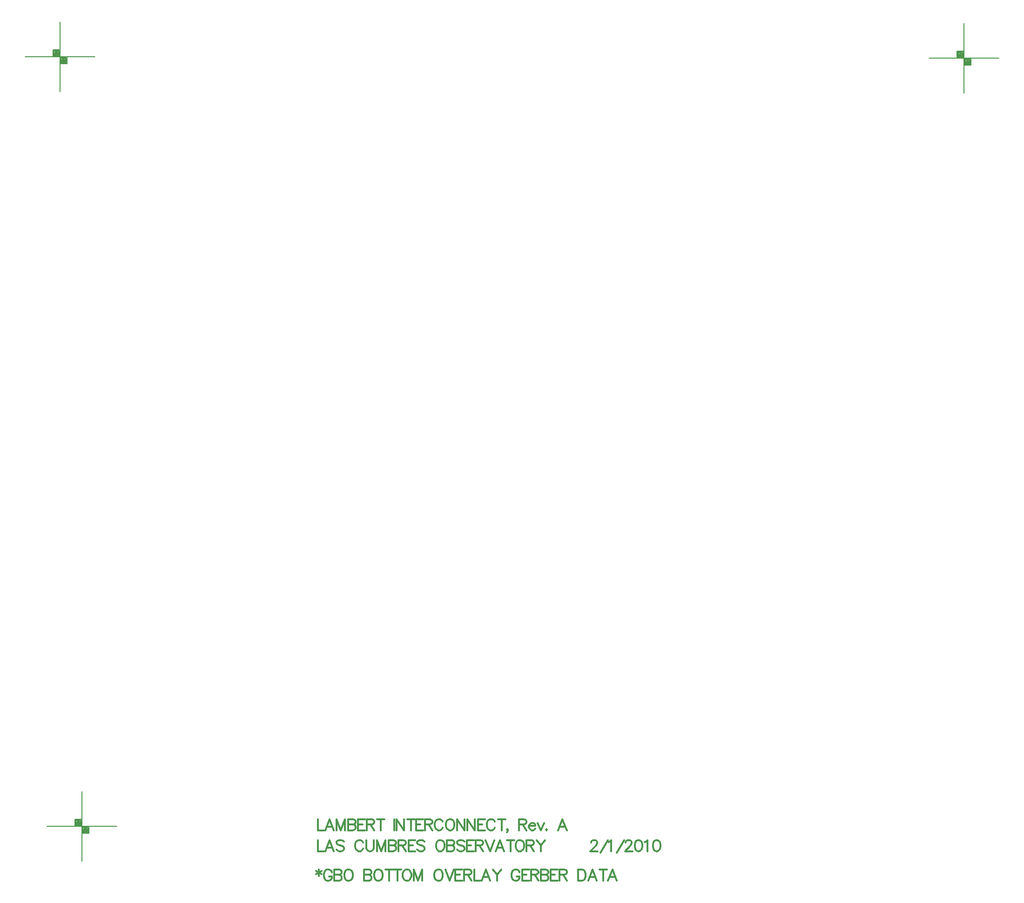
<source format=gbo>
%FSLAX25Y25*%
%MOIN*%
G70*
G01*
G75*
G04 Layer_Color=32896*
%ADD10C,0.01000*%
%ADD11C,0.03000*%
%ADD12C,0.01201*%
%ADD13C,0.00800*%
%ADD14C,0.01200*%
%ADD15C,0.01201*%
%ADD16R,0.05906X0.05906*%
%ADD17C,0.05906*%
%ADD18C,0.27559*%
%ADD19R,0.05906X0.05906*%
%ADD20R,0.12000X0.12000*%
%ADD21C,0.12000*%
%ADD22C,0.25000*%
%ADD23R,0.06200X0.06200*%
%ADD24C,0.06200*%
%ADD25C,0.02400*%
%ADD26C,0.04000*%
%ADD27C,0.07543*%
%ADD28C,0.19748*%
G04:AMPARAMS|DCode=29|XSize=95.433mil|YSize=95.433mil|CornerRadius=0mil|HoleSize=0mil|Usage=FLASHONLY|Rotation=0.000|XOffset=0mil|YOffset=0mil|HoleType=Round|Shape=Relief|Width=10mil|Gap=10mil|Entries=4|*
%AMTHD29*
7,0,0,0.09543,0.07543,0.01000,45*
%
%ADD29THD29*%
%ADD30C,0.11000*%
G04:AMPARAMS|DCode=31|XSize=130mil|YSize=130mil|CornerRadius=0mil|HoleSize=0mil|Usage=FLASHONLY|Rotation=0.000|XOffset=0mil|YOffset=0mil|HoleType=Round|Shape=Relief|Width=10mil|Gap=10mil|Entries=4|*
%AMTHD31*
7,0,0,0.13000,0.11000,0.01000,45*
%
%ADD31THD31*%
%ADD32C,0.16000*%
%ADD33C,0.07500*%
G04:AMPARAMS|DCode=34|XSize=95mil|YSize=95mil|CornerRadius=0mil|HoleSize=0mil|Usage=FLASHONLY|Rotation=0.000|XOffset=0mil|YOffset=0mil|HoleType=Round|Shape=Relief|Width=10mil|Gap=10mil|Entries=4|*
%AMTHD34*
7,0,0,0.09500,0.07500,0.01000,45*
%
%ADD34THD34*%
%ADD35C,0.05000*%
%ADD36C,0.00500*%
%ADD37C,0.00787*%
%ADD38R,0.18504X0.26378*%
%ADD39R,0.06706X0.06706*%
%ADD40C,0.06706*%
%ADD41C,0.28359*%
%ADD42R,0.06706X0.06706*%
%ADD43R,0.12800X0.12800*%
%ADD44C,0.12800*%
%ADD45C,0.25800*%
%ADD46R,0.07000X0.07000*%
%ADD47C,0.07000*%
%ADD48C,0.03200*%
D12*
X-12269Y-103419D02*
Y-107990D01*
X-14173Y-104562D02*
X-10364Y-106847D01*
Y-104562D02*
X-14173Y-106847D01*
X-3014Y-105323D02*
X-3395Y-104562D01*
X-4156Y-103800D01*
X-4918Y-103419D01*
X-6442D01*
X-7203Y-103800D01*
X-7965Y-104562D01*
X-8346Y-105323D01*
X-8727Y-106466D01*
Y-108370D01*
X-8346Y-109513D01*
X-7965Y-110275D01*
X-7203Y-111036D01*
X-6442Y-111417D01*
X-4918D01*
X-4156Y-111036D01*
X-3395Y-110275D01*
X-3014Y-109513D01*
Y-108370D01*
X-4918D02*
X-3014D01*
X-1185Y-103419D02*
Y-111417D01*
Y-103419D02*
X2242D01*
X3385Y-103800D01*
X3766Y-104181D01*
X4147Y-104943D01*
Y-105704D01*
X3766Y-106466D01*
X3385Y-106847D01*
X2242Y-107228D01*
X-1185D02*
X2242D01*
X3385Y-107609D01*
X3766Y-107990D01*
X4147Y-108751D01*
Y-109894D01*
X3766Y-110656D01*
X3385Y-111036D01*
X2242Y-111417D01*
X-1185D01*
X8222Y-103419D02*
X7460Y-103800D01*
X6699Y-104562D01*
X6318Y-105323D01*
X5937Y-106466D01*
Y-108370D01*
X6318Y-109513D01*
X6699Y-110275D01*
X7460Y-111036D01*
X8222Y-111417D01*
X9745D01*
X10507Y-111036D01*
X11269Y-110275D01*
X11650Y-109513D01*
X12031Y-108370D01*
Y-106466D01*
X11650Y-105323D01*
X11269Y-104562D01*
X10507Y-103800D01*
X9745Y-103419D01*
X8222D01*
X20181D02*
Y-111417D01*
Y-103419D02*
X23609D01*
X24752Y-103800D01*
X25133Y-104181D01*
X25513Y-104943D01*
Y-105704D01*
X25133Y-106466D01*
X24752Y-106847D01*
X23609Y-107228D01*
X20181D02*
X23609D01*
X24752Y-107609D01*
X25133Y-107990D01*
X25513Y-108751D01*
Y-109894D01*
X25133Y-110656D01*
X24752Y-111036D01*
X23609Y-111417D01*
X20181D01*
X29589Y-103419D02*
X28827Y-103800D01*
X28065Y-104562D01*
X27685Y-105323D01*
X27304Y-106466D01*
Y-108370D01*
X27685Y-109513D01*
X28065Y-110275D01*
X28827Y-111036D01*
X29589Y-111417D01*
X31112D01*
X31874Y-111036D01*
X32636Y-110275D01*
X33017Y-109513D01*
X33397Y-108370D01*
Y-106466D01*
X33017Y-105323D01*
X32636Y-104562D01*
X31874Y-103800D01*
X31112Y-103419D01*
X29589D01*
X37930D02*
Y-111417D01*
X35264Y-103419D02*
X40596D01*
X44214D02*
Y-111417D01*
X41548Y-103419D02*
X46880D01*
X50118D02*
X49356Y-103800D01*
X48594Y-104562D01*
X48213Y-105323D01*
X47833Y-106466D01*
Y-108370D01*
X48213Y-109513D01*
X48594Y-110275D01*
X49356Y-111036D01*
X50118Y-111417D01*
X51641D01*
X52403Y-111036D01*
X53165Y-110275D01*
X53546Y-109513D01*
X53926Y-108370D01*
Y-106466D01*
X53546Y-105323D01*
X53165Y-104562D01*
X52403Y-103800D01*
X51641Y-103419D01*
X50118D01*
X55793D02*
Y-111417D01*
Y-103419D02*
X58840Y-111417D01*
X61887Y-103419D02*
X58840Y-111417D01*
X61887Y-103419D02*
Y-111417D01*
X72742Y-103419D02*
X71980Y-103800D01*
X71218Y-104562D01*
X70837Y-105323D01*
X70456Y-106466D01*
Y-108370D01*
X70837Y-109513D01*
X71218Y-110275D01*
X71980Y-111036D01*
X72742Y-111417D01*
X74265D01*
X75027Y-111036D01*
X75788Y-110275D01*
X76169Y-109513D01*
X76550Y-108370D01*
Y-106466D01*
X76169Y-105323D01*
X75788Y-104562D01*
X75027Y-103800D01*
X74265Y-103419D01*
X72742D01*
X78417D02*
X81463Y-111417D01*
X84510Y-103419D02*
X81463Y-111417D01*
X90490Y-103419D02*
X85539D01*
Y-111417D01*
X90490D01*
X85539Y-107228D02*
X88586D01*
X91823Y-103419D02*
Y-111417D01*
Y-103419D02*
X95251D01*
X96394Y-103800D01*
X96774Y-104181D01*
X97155Y-104943D01*
Y-105704D01*
X96774Y-106466D01*
X96394Y-106847D01*
X95251Y-107228D01*
X91823D01*
X94489D02*
X97155Y-111417D01*
X98945Y-103419D02*
Y-111417D01*
X103516D01*
X110486D02*
X107439Y-103419D01*
X104392Y-111417D01*
X105534Y-108751D02*
X109343D01*
X112352Y-103419D02*
X115399Y-107228D01*
Y-111417D01*
X118446Y-103419D02*
X115399Y-107228D01*
X131472Y-105323D02*
X131091Y-104562D01*
X130329Y-103800D01*
X129567Y-103419D01*
X128044D01*
X127282Y-103800D01*
X126520Y-104562D01*
X126140Y-105323D01*
X125759Y-106466D01*
Y-108370D01*
X126140Y-109513D01*
X126520Y-110275D01*
X127282Y-111036D01*
X128044Y-111417D01*
X129567D01*
X130329Y-111036D01*
X131091Y-110275D01*
X131472Y-109513D01*
Y-108370D01*
X129567D02*
X131472D01*
X138251Y-103419D02*
X133300D01*
Y-111417D01*
X138251D01*
X133300Y-107228D02*
X136347D01*
X139584Y-103419D02*
Y-111417D01*
Y-103419D02*
X143012D01*
X144155Y-103800D01*
X144536Y-104181D01*
X144916Y-104943D01*
Y-105704D01*
X144536Y-106466D01*
X144155Y-106847D01*
X143012Y-107228D01*
X139584D01*
X142250D02*
X144916Y-111417D01*
X146707Y-103419D02*
Y-111417D01*
Y-103419D02*
X150134D01*
X151277Y-103800D01*
X151658Y-104181D01*
X152039Y-104943D01*
Y-105704D01*
X151658Y-106466D01*
X151277Y-106847D01*
X150134Y-107228D01*
X146707D02*
X150134D01*
X151277Y-107609D01*
X151658Y-107990D01*
X152039Y-108751D01*
Y-109894D01*
X151658Y-110656D01*
X151277Y-111036D01*
X150134Y-111417D01*
X146707D01*
X158780Y-103419D02*
X153829D01*
Y-111417D01*
X158780D01*
X153829Y-107228D02*
X156876D01*
X160113Y-103419D02*
Y-111417D01*
Y-103419D02*
X163541D01*
X164684Y-103800D01*
X165065Y-104181D01*
X165445Y-104943D01*
Y-105704D01*
X165065Y-106466D01*
X164684Y-106847D01*
X163541Y-107228D01*
X160113D01*
X162779D02*
X165445Y-111417D01*
X173520Y-103419D02*
Y-111417D01*
Y-103419D02*
X176186D01*
X177329Y-103800D01*
X178090Y-104562D01*
X178471Y-105323D01*
X178852Y-106466D01*
Y-108370D01*
X178471Y-109513D01*
X178090Y-110275D01*
X177329Y-111036D01*
X176186Y-111417D01*
X173520D01*
X186736D02*
X183689Y-103419D01*
X180642Y-111417D01*
X181785Y-108751D02*
X185593D01*
X191269Y-103419D02*
Y-111417D01*
X188602Y-103419D02*
X193935D01*
X200981Y-111417D02*
X197934Y-103419D01*
X194887Y-111417D01*
X196029Y-108751D02*
X199838D01*
D13*
X-207028Y-72528D02*
X-157028D01*
X-182028Y-97528D02*
Y-47528D01*
X-187028Y-67528D02*
X-187028Y-72528D01*
X-187028Y-67528D02*
X-182028Y-67528D01*
X-177028Y-72528D02*
X-177028Y-77528D01*
X-182028Y-77528D02*
X-177028Y-77528D01*
X-181528Y-73028D02*
X-177528D01*
Y-77028D02*
Y-73028D01*
X-181528Y-77028D02*
X-177528D01*
X-181528D02*
Y-73028D01*
X-181028Y-73528D02*
X-178028D01*
Y-76528D02*
Y-73528D01*
X-181028Y-76528D02*
X-178028D01*
X-181028D02*
Y-74028D01*
X-180528D02*
X-178528D01*
X-178528Y-76028D01*
X-180528Y-76028D02*
X-178528Y-76028D01*
X-180528Y-76028D02*
Y-74528D01*
X-180028Y-74528D02*
X-179028Y-74528D01*
Y-75528D02*
Y-74528D01*
X-180028Y-75528D02*
X-179028D01*
X-180028D02*
X-180028Y-74528D01*
Y-75028D02*
X-179028D01*
X-186528Y-68028D02*
X-182528D01*
Y-72028D02*
Y-68028D01*
X-186528Y-72028D02*
X-182528D01*
X-186528D02*
Y-68028D01*
X-186028Y-68528D02*
X-183028D01*
Y-71528D02*
Y-68528D01*
X-186028Y-71528D02*
X-183028D01*
X-186028D02*
Y-69028D01*
X-185528D02*
X-183528Y-69028D01*
Y-71028D02*
Y-69028D01*
X-185528Y-71028D02*
X-183528D01*
X-185528D02*
Y-69528D01*
X-185028D02*
X-184028D01*
X-184028Y-70528D02*
X-184028Y-69528D01*
X-185028Y-70528D02*
X-184028Y-70528D01*
X-185028Y-70528D02*
Y-69528D01*
Y-70028D02*
X-184028D01*
X-222728Y479172D02*
X-172728D01*
X-197728Y454172D02*
Y504172D01*
X-202728Y484172D02*
X-202728Y479172D01*
X-202728Y484172D02*
X-197728Y484172D01*
X-192728Y479172D02*
X-192728Y474172D01*
X-197728Y474172D02*
X-192728Y474172D01*
X-197228Y478672D02*
X-193228D01*
Y474672D02*
Y478672D01*
X-197228Y474672D02*
X-193228D01*
X-197228D02*
Y478672D01*
X-196728Y478172D02*
X-193728D01*
Y475172D02*
Y478172D01*
X-196728Y475172D02*
X-193728D01*
X-196728D02*
Y477672D01*
X-196228D02*
X-194228D01*
X-194228Y475672D01*
X-196228Y475672D02*
X-194228Y475672D01*
X-196228Y475672D02*
Y477172D01*
X-195728Y477172D02*
X-194728Y477172D01*
Y476172D02*
Y477172D01*
X-195728Y476172D02*
X-194728D01*
X-195728D02*
X-195728Y477172D01*
Y476672D02*
X-194728D01*
X-202228Y483672D02*
X-198228D01*
Y479672D02*
Y483672D01*
X-202228Y479672D02*
X-198228D01*
X-202228D02*
Y483672D01*
X-201728Y483172D02*
X-198728D01*
Y480172D02*
Y483172D01*
X-201728Y480172D02*
X-198728D01*
X-201728D02*
Y482672D01*
X-201228D02*
X-199228Y482672D01*
Y480672D02*
Y482672D01*
X-201227Y480672D02*
X-199228D01*
X-201227D02*
Y482172D01*
X-200728D02*
X-199727D01*
X-199728Y481172D02*
X-199727Y482172D01*
X-200728Y481172D02*
X-199728Y481172D01*
X-200728Y481172D02*
Y482172D01*
Y481672D02*
X-199728D01*
X424872Y478372D02*
X474872D01*
X449872Y453372D02*
Y503372D01*
X444872Y483372D02*
X444873Y478372D01*
X444872Y483372D02*
X449872Y483372D01*
X454872Y478372D02*
X454872Y473372D01*
X449872Y473372D02*
X454872Y473372D01*
X450372Y477872D02*
X454372D01*
Y473872D02*
Y477872D01*
X450372Y473872D02*
X454372D01*
X450372D02*
Y477872D01*
X450872Y477372D02*
X453872D01*
Y474372D02*
Y477372D01*
X450872Y474372D02*
X453872D01*
X450872D02*
Y476872D01*
X451372D02*
X453372D01*
X453372Y474872D01*
X451372Y474872D02*
X453372Y474872D01*
X451372Y474872D02*
Y476372D01*
X451872Y476372D02*
X452872Y476372D01*
Y475372D02*
Y476372D01*
X451872Y475372D02*
X452872D01*
X451872D02*
X451872Y476372D01*
Y475872D02*
X452872D01*
X445372Y482872D02*
X449372D01*
Y478872D02*
Y482872D01*
X445372Y478872D02*
X449372D01*
X445372D02*
Y482872D01*
X445872Y482372D02*
X448872D01*
Y479372D02*
Y482372D01*
X445872Y479372D02*
X448872D01*
X445872D02*
Y481872D01*
X446372D02*
X448372Y481872D01*
Y479872D02*
Y481872D01*
X446373Y479872D02*
X448372D01*
X446373D02*
Y481372D01*
X446872D02*
X447872D01*
X447872Y480372D02*
X447872Y481372D01*
X446872Y480372D02*
X447872Y480372D01*
X446872Y480372D02*
Y481372D01*
Y480872D02*
X447872D01*
D14*
X-13028Y-67283D02*
Y-75281D01*
X-8458D01*
X-1488D02*
X-4535Y-67283D01*
X-7582Y-75281D01*
X-6439Y-72615D02*
X-2631D01*
X378Y-67283D02*
Y-75281D01*
Y-67283D02*
X3425Y-75281D01*
X6472Y-67283D02*
X3425Y-75281D01*
X6472Y-67283D02*
Y-75281D01*
X8758Y-67283D02*
Y-75281D01*
Y-67283D02*
X12185D01*
X13328Y-67664D01*
X13709Y-68045D01*
X14090Y-68806D01*
Y-69568D01*
X13709Y-70330D01*
X13328Y-70711D01*
X12185Y-71092D01*
X8758D02*
X12185D01*
X13328Y-71472D01*
X13709Y-71853D01*
X14090Y-72615D01*
Y-73758D01*
X13709Y-74519D01*
X13328Y-74900D01*
X12185Y-75281D01*
X8758D01*
X20831Y-67283D02*
X15880D01*
Y-75281D01*
X20831D01*
X15880Y-71092D02*
X18927D01*
X22164Y-67283D02*
Y-75281D01*
Y-67283D02*
X25592D01*
X26735Y-67664D01*
X27115Y-68045D01*
X27496Y-68806D01*
Y-69568D01*
X27115Y-70330D01*
X26735Y-70711D01*
X25592Y-71092D01*
X22164D01*
X24830D02*
X27496Y-75281D01*
X31953Y-67283D02*
Y-75281D01*
X29286Y-67283D02*
X34619D01*
X41855D02*
Y-75281D01*
X43531Y-67283D02*
Y-75281D01*
Y-67283D02*
X48863Y-75281D01*
Y-67283D02*
Y-75281D01*
X53738Y-67283D02*
Y-75281D01*
X51072Y-67283D02*
X56404D01*
X62308D02*
X57357D01*
Y-75281D01*
X62308D01*
X57357Y-71092D02*
X60404D01*
X63641Y-67283D02*
Y-75281D01*
Y-67283D02*
X67069D01*
X68211Y-67664D01*
X68592Y-68045D01*
X68973Y-68806D01*
Y-69568D01*
X68592Y-70330D01*
X68211Y-70711D01*
X67069Y-71092D01*
X63641D01*
X66307D02*
X68973Y-75281D01*
X76476Y-69187D02*
X76095Y-68425D01*
X75334Y-67664D01*
X74572Y-67283D01*
X73048D01*
X72287Y-67664D01*
X71525Y-68425D01*
X71144Y-69187D01*
X70763Y-70330D01*
Y-72234D01*
X71144Y-73377D01*
X71525Y-74138D01*
X72287Y-74900D01*
X73048Y-75281D01*
X74572D01*
X75334Y-74900D01*
X76095Y-74138D01*
X76476Y-73377D01*
X81009Y-67283D02*
X80247Y-67664D01*
X79485Y-68425D01*
X79104Y-69187D01*
X78723Y-70330D01*
Y-72234D01*
X79104Y-73377D01*
X79485Y-74138D01*
X80247Y-74900D01*
X81009Y-75281D01*
X82532D01*
X83294Y-74900D01*
X84056Y-74138D01*
X84437Y-73377D01*
X84817Y-72234D01*
Y-70330D01*
X84437Y-69187D01*
X84056Y-68425D01*
X83294Y-67664D01*
X82532Y-67283D01*
X81009D01*
X86684D02*
Y-75281D01*
Y-67283D02*
X92016Y-75281D01*
Y-67283D02*
Y-75281D01*
X94225Y-67283D02*
Y-75281D01*
Y-67283D02*
X99557Y-75281D01*
Y-67283D02*
Y-75281D01*
X106717Y-67283D02*
X101766D01*
Y-75281D01*
X106717D01*
X101766Y-71092D02*
X104813D01*
X113763Y-69187D02*
X113383Y-68425D01*
X112621Y-67664D01*
X111859Y-67283D01*
X110336D01*
X109574Y-67664D01*
X108812Y-68425D01*
X108431Y-69187D01*
X108051Y-70330D01*
Y-72234D01*
X108431Y-73377D01*
X108812Y-74138D01*
X109574Y-74900D01*
X110336Y-75281D01*
X111859D01*
X112621Y-74900D01*
X113383Y-74138D01*
X113763Y-73377D01*
X118677Y-67283D02*
Y-75281D01*
X116011Y-67283D02*
X121343D01*
X123057Y-74900D02*
X122676Y-75281D01*
X122295Y-74900D01*
X122676Y-74519D01*
X123057Y-74900D01*
Y-75662D01*
X122676Y-76424D01*
X122295Y-76805D01*
X131093Y-67283D02*
Y-75281D01*
Y-67283D02*
X134521D01*
X135664Y-67664D01*
X136045Y-68045D01*
X136425Y-68806D01*
Y-69568D01*
X136045Y-70330D01*
X135664Y-70711D01*
X134521Y-71092D01*
X131093D01*
X133759D02*
X136425Y-75281D01*
X138215Y-72234D02*
X142786D01*
Y-71472D01*
X142405Y-70711D01*
X142024Y-70330D01*
X141262Y-69949D01*
X140120D01*
X139358Y-70330D01*
X138596Y-71092D01*
X138215Y-72234D01*
Y-72996D01*
X138596Y-74138D01*
X139358Y-74900D01*
X140120Y-75281D01*
X141262D01*
X142024Y-74900D01*
X142786Y-74138D01*
X144500Y-69949D02*
X146785Y-75281D01*
X149070Y-69949D02*
X146785Y-75281D01*
X150746Y-74519D02*
X150365Y-74900D01*
X150746Y-75281D01*
X151127Y-74900D01*
X150746Y-74519D01*
X165257Y-75281D02*
X162210Y-67283D01*
X159163Y-75281D01*
X160306Y-72615D02*
X164115D01*
D15*
X-13028Y-82284D02*
Y-90283D01*
X-8458D01*
X-1488D02*
X-4535Y-82284D01*
X-7582Y-90283D01*
X-6439Y-87617D02*
X-2631D01*
X5711Y-83427D02*
X4949Y-82665D01*
X3806Y-82284D01*
X2283D01*
X1140Y-82665D01*
X378Y-83427D01*
Y-84189D01*
X759Y-84951D01*
X1140Y-85331D01*
X1902Y-85712D01*
X4187Y-86474D01*
X4949Y-86855D01*
X5330Y-87236D01*
X5711Y-87998D01*
Y-89140D01*
X4949Y-89902D01*
X3806Y-90283D01*
X2283D01*
X1140Y-89902D01*
X378Y-89140D01*
X19498Y-84189D02*
X19117Y-83427D01*
X18355Y-82665D01*
X17594Y-82284D01*
X16070D01*
X15308Y-82665D01*
X14547Y-83427D01*
X14166Y-84189D01*
X13785Y-85331D01*
Y-87236D01*
X14166Y-88378D01*
X14547Y-89140D01*
X15308Y-89902D01*
X16070Y-90283D01*
X17594D01*
X18355Y-89902D01*
X19117Y-89140D01*
X19498Y-88378D01*
X21745Y-82284D02*
Y-87998D01*
X22126Y-89140D01*
X22888Y-89902D01*
X24030Y-90283D01*
X24792D01*
X25935Y-89902D01*
X26697Y-89140D01*
X27077Y-87998D01*
Y-82284D01*
X29286D02*
Y-90283D01*
Y-82284D02*
X32333Y-90283D01*
X35380Y-82284D02*
X32333Y-90283D01*
X35380Y-82284D02*
Y-90283D01*
X37666Y-82284D02*
Y-90283D01*
Y-82284D02*
X41093D01*
X42236Y-82665D01*
X42617Y-83046D01*
X42998Y-83808D01*
Y-84570D01*
X42617Y-85331D01*
X42236Y-85712D01*
X41093Y-86093D01*
X37666D02*
X41093D01*
X42236Y-86474D01*
X42617Y-86855D01*
X42998Y-87617D01*
Y-88759D01*
X42617Y-89521D01*
X42236Y-89902D01*
X41093Y-90283D01*
X37666D01*
X44788Y-82284D02*
Y-90283D01*
Y-82284D02*
X48216D01*
X49358Y-82665D01*
X49739Y-83046D01*
X50120Y-83808D01*
Y-84570D01*
X49739Y-85331D01*
X49358Y-85712D01*
X48216Y-86093D01*
X44788D01*
X47454D02*
X50120Y-90283D01*
X56861Y-82284D02*
X51910D01*
Y-90283D01*
X56861D01*
X51910Y-86093D02*
X54957D01*
X63527Y-83427D02*
X62765Y-82665D01*
X61622Y-82284D01*
X60099D01*
X58956Y-82665D01*
X58195Y-83427D01*
Y-84189D01*
X58575Y-84951D01*
X58956Y-85331D01*
X59718Y-85712D01*
X62003Y-86474D01*
X62765Y-86855D01*
X63146Y-87236D01*
X63527Y-87998D01*
Y-89140D01*
X62765Y-89902D01*
X61622Y-90283D01*
X60099D01*
X58956Y-89902D01*
X58195Y-89140D01*
X73886Y-82284D02*
X73125Y-82665D01*
X72363Y-83427D01*
X71982Y-84189D01*
X71601Y-85331D01*
Y-87236D01*
X71982Y-88378D01*
X72363Y-89140D01*
X73125Y-89902D01*
X73886Y-90283D01*
X75410D01*
X76172Y-89902D01*
X76933Y-89140D01*
X77314Y-88378D01*
X77695Y-87236D01*
Y-85331D01*
X77314Y-84189D01*
X76933Y-83427D01*
X76172Y-82665D01*
X75410Y-82284D01*
X73886D01*
X79561D02*
Y-90283D01*
Y-82284D02*
X82989D01*
X84132Y-82665D01*
X84513Y-83046D01*
X84894Y-83808D01*
Y-84570D01*
X84513Y-85331D01*
X84132Y-85712D01*
X82989Y-86093D01*
X79561D02*
X82989D01*
X84132Y-86474D01*
X84513Y-86855D01*
X84894Y-87617D01*
Y-88759D01*
X84513Y-89521D01*
X84132Y-89902D01*
X82989Y-90283D01*
X79561D01*
X92016Y-83427D02*
X91254Y-82665D01*
X90111Y-82284D01*
X88588D01*
X87445Y-82665D01*
X86684Y-83427D01*
Y-84189D01*
X87064Y-84951D01*
X87445Y-85331D01*
X88207Y-85712D01*
X90492Y-86474D01*
X91254Y-86855D01*
X91635Y-87236D01*
X92016Y-87998D01*
Y-89140D01*
X91254Y-89902D01*
X90111Y-90283D01*
X88588D01*
X87445Y-89902D01*
X86684Y-89140D01*
X98757Y-82284D02*
X93806D01*
Y-90283D01*
X98757D01*
X93806Y-86093D02*
X96853D01*
X100090Y-82284D02*
Y-90283D01*
Y-82284D02*
X103518D01*
X104661Y-82665D01*
X105042Y-83046D01*
X105422Y-83808D01*
Y-84570D01*
X105042Y-85331D01*
X104661Y-85712D01*
X103518Y-86093D01*
X100090D01*
X102756D02*
X105422Y-90283D01*
X107212Y-82284D02*
X110259Y-90283D01*
X113306Y-82284D02*
X110259Y-90283D01*
X120429D02*
X117382Y-82284D01*
X114335Y-90283D01*
X115477Y-87617D02*
X119286D01*
X124961Y-82284D02*
Y-90283D01*
X122295Y-82284D02*
X127627D01*
X130865D02*
X130103Y-82665D01*
X129341Y-83427D01*
X128960Y-84189D01*
X128579Y-85331D01*
Y-87236D01*
X128960Y-88378D01*
X129341Y-89140D01*
X130103Y-89902D01*
X130865Y-90283D01*
X132388D01*
X133150Y-89902D01*
X133912Y-89140D01*
X134292Y-88378D01*
X134673Y-87236D01*
Y-85331D01*
X134292Y-84189D01*
X133912Y-83427D01*
X133150Y-82665D01*
X132388Y-82284D01*
X130865D01*
X136540D02*
Y-90283D01*
Y-82284D02*
X139967D01*
X141110Y-82665D01*
X141491Y-83046D01*
X141872Y-83808D01*
Y-84570D01*
X141491Y-85331D01*
X141110Y-85712D01*
X139967Y-86093D01*
X136540D01*
X139206D02*
X141872Y-90283D01*
X143662Y-82284D02*
X146709Y-86093D01*
Y-90283D01*
X149756Y-82284D02*
X146709Y-86093D01*
X182587Y-84189D02*
Y-83808D01*
X182968Y-83046D01*
X183349Y-82665D01*
X184110Y-82284D01*
X185634D01*
X186396Y-82665D01*
X186776Y-83046D01*
X187157Y-83808D01*
Y-84570D01*
X186776Y-85331D01*
X186015Y-86474D01*
X182206Y-90283D01*
X187538D01*
X189328Y-91425D02*
X194660Y-82284D01*
X195194Y-83808D02*
X195955Y-83427D01*
X197098Y-82284D01*
Y-90283D01*
X201059Y-91425D02*
X206391Y-82284D01*
X207305Y-84189D02*
Y-83808D01*
X207686Y-83046D01*
X208067Y-82665D01*
X208829Y-82284D01*
X210352D01*
X211114Y-82665D01*
X211495Y-83046D01*
X211876Y-83808D01*
Y-84570D01*
X211495Y-85331D01*
X210733Y-86474D01*
X206925Y-90283D01*
X212257D01*
X216332Y-82284D02*
X215189Y-82665D01*
X214428Y-83808D01*
X214047Y-85712D01*
Y-86855D01*
X214428Y-88759D01*
X215189Y-89902D01*
X216332Y-90283D01*
X217094D01*
X218236Y-89902D01*
X218998Y-88759D01*
X219379Y-86855D01*
Y-85712D01*
X218998Y-83808D01*
X218236Y-82665D01*
X217094Y-82284D01*
X216332D01*
X221169Y-83808D02*
X221931Y-83427D01*
X223073Y-82284D01*
Y-90283D01*
X229320Y-82284D02*
X228177Y-82665D01*
X227415Y-83808D01*
X227034Y-85712D01*
Y-86855D01*
X227415Y-88759D01*
X228177Y-89902D01*
X229320Y-90283D01*
X230081D01*
X231224Y-89902D01*
X231986Y-88759D01*
X232367Y-86855D01*
Y-85712D01*
X231986Y-83808D01*
X231224Y-82665D01*
X230081Y-82284D01*
X229320D01*
M02*

</source>
